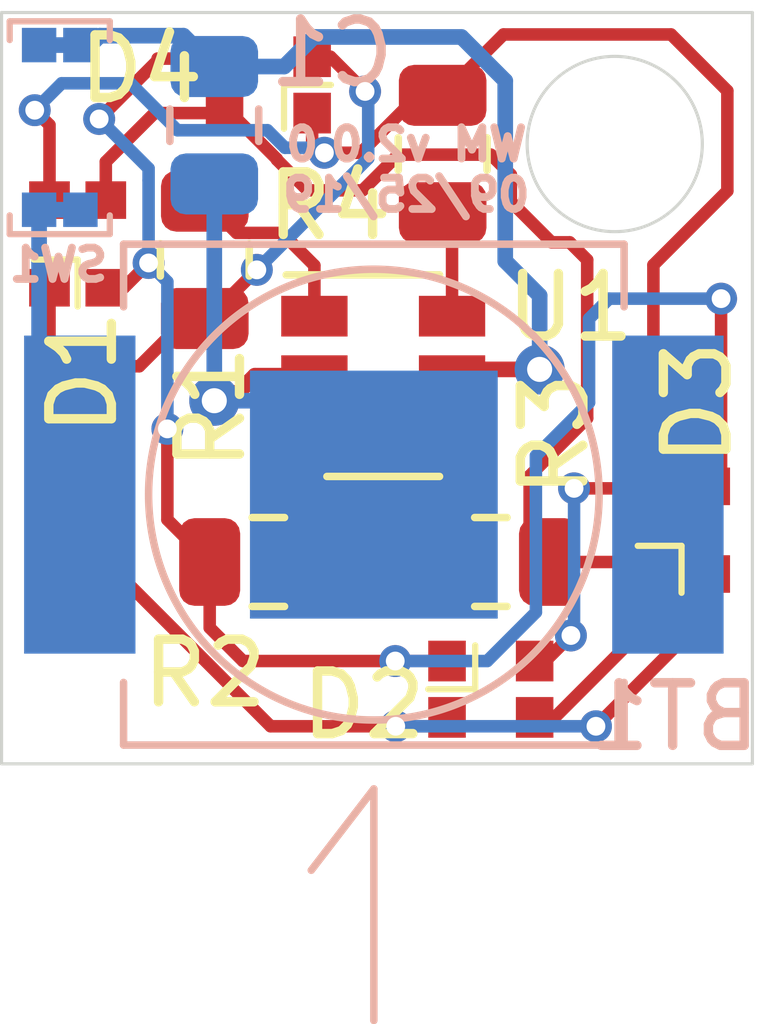
<source format=kicad_pcb>
(kicad_pcb (version 20171130) (host pcbnew "(5.1.2)-1")

  (general
    (thickness 1.6)
    (drawings 8)
    (tracks 155)
    (zones 0)
    (modules 12)
    (nets 12)
  )

  (page A4)
  (layers
    (0 F.Cu signal)
    (31 B.Cu signal)
    (32 B.Adhes user)
    (33 F.Adhes user)
    (34 B.Paste user)
    (35 F.Paste user)
    (36 B.SilkS user)
    (37 F.SilkS user)
    (38 B.Mask user)
    (39 F.Mask user)
    (40 Dwgs.User user hide)
    (41 Cmts.User user)
    (42 Eco1.User user hide)
    (43 Eco2.User user hide)
    (44 Edge.Cuts user)
    (45 Margin user)
    (46 B.CrtYd user)
    (47 F.CrtYd user)
    (48 B.Fab user hide)
    (49 F.Fab user hide)
  )

  (setup
    (last_trace_width 0.25)
    (user_trace_width 0.2)
    (trace_clearance 0.2)
    (zone_clearance 0.508)
    (zone_45_only no)
    (trace_min 0.2)
    (via_size 0.8)
    (via_drill 0.4)
    (via_min_size 0.4)
    (via_min_drill 0.3)
    (user_via 0.51 0.3)
    (uvia_size 0.3)
    (uvia_drill 0.1)
    (uvias_allowed no)
    (uvia_min_size 0.2)
    (uvia_min_drill 0.1)
    (edge_width 0.05)
    (segment_width 0.2)
    (pcb_text_width 0.3)
    (pcb_text_size 1.5 1.5)
    (mod_edge_width 0.12)
    (mod_text_size 1 1)
    (mod_text_width 0.15)
    (pad_size 1.524 1.524)
    (pad_drill 0.762)
    (pad_to_mask_clearance 0.051)
    (solder_mask_min_width 0.25)
    (aux_axis_origin 0 0)
    (visible_elements 7FFFFFFF)
    (pcbplotparams
      (layerselection 0x010fc_ffffffff)
      (usegerberextensions false)
      (usegerberattributes false)
      (usegerberadvancedattributes false)
      (creategerberjobfile false)
      (excludeedgelayer true)
      (linewidth 0.100000)
      (plotframeref false)
      (viasonmask false)
      (mode 1)
      (useauxorigin false)
      (hpglpennumber 1)
      (hpglpenspeed 20)
      (hpglpendiameter 15.000000)
      (psnegative false)
      (psa4output false)
      (plotreference true)
      (plotvalue true)
      (plotinvisibletext false)
      (padsonsilk false)
      (subtractmaskfromsilk false)
      (outputformat 1)
      (mirror false)
      (drillshape 1)
      (scaleselection 1)
      (outputdirectory ""))
  )

  (net 0 "")
  (net 1 "Net-(D1-Pad1)")
  (net 2 "Net-(D1-Pad2)")
  (net 3 /GND)
  (net 4 "Net-(R1-Pad2)")
  (net 5 "Net-(R2-Pad2)")
  (net 6 "Net-(R3-Pad2)")
  (net 7 "Net-(R4-Pad2)")
  (net 8 /+3V)
  (net 9 "Net-(C1-Pad1)")
  (net 10 "Net-(D1-Pad3)")
  (net 11 "Net-(D1-Pad4)")

  (net_class Default "This is the default net class."
    (clearance 0.2)
    (trace_width 0.25)
    (via_dia 0.8)
    (via_drill 0.4)
    (uvia_dia 0.3)
    (uvia_drill 0.1)
    (add_net /+3V)
    (add_net /GND)
    (add_net "Net-(C1-Pad1)")
    (add_net "Net-(D1-Pad1)")
    (add_net "Net-(D1-Pad2)")
    (add_net "Net-(D1-Pad3)")
    (add_net "Net-(D1-Pad4)")
    (add_net "Net-(R1-Pad2)")
    (add_net "Net-(R2-Pad2)")
    (add_net "Net-(R3-Pad2)")
    (add_net "Net-(R4-Pad2)")
  )

  (module Resistor_SMD:R_0805_2012Metric (layer F.Cu) (tedit 5B36C52B) (tstamp 5D89D0D5)
    (at 171.95 106.26 270)
    (descr "Resistor SMD 0805 (2012 Metric), square (rectangular) end terminal, IPC_7351 nominal, (Body size source: https://docs.google.com/spreadsheets/d/1BsfQQcO9C6DZCsRaXUlFlo91Tg2WpOkGARC1WS5S8t0/edit?usp=sharing), generated with kicad-footprint-generator")
    (tags resistor)
    (path /5D89A2FD)
    (attr smd)
    (fp_text reference R4 (at 0.83 1.81 180) (layer F.SilkS)
      (effects (font (size 1 1) (thickness 0.15)))
    )
    (fp_text value 100R (at 0 1.65 90) (layer F.Fab)
      (effects (font (size 1 1) (thickness 0.15)))
    )
    (fp_text user %R (at 0 0 90) (layer F.Fab)
      (effects (font (size 0.5 0.5) (thickness 0.08)))
    )
    (fp_line (start 1.68 0.95) (end -1.68 0.95) (layer F.CrtYd) (width 0.05))
    (fp_line (start 1.68 -0.95) (end 1.68 0.95) (layer F.CrtYd) (width 0.05))
    (fp_line (start -1.68 -0.95) (end 1.68 -0.95) (layer F.CrtYd) (width 0.05))
    (fp_line (start -1.68 0.95) (end -1.68 -0.95) (layer F.CrtYd) (width 0.05))
    (fp_line (start -0.258578 0.71) (end 0.258578 0.71) (layer F.SilkS) (width 0.12))
    (fp_line (start -0.258578 -0.71) (end 0.258578 -0.71) (layer F.SilkS) (width 0.12))
    (fp_line (start 1 0.6) (end -1 0.6) (layer F.Fab) (width 0.1))
    (fp_line (start 1 -0.6) (end 1 0.6) (layer F.Fab) (width 0.1))
    (fp_line (start -1 -0.6) (end 1 -0.6) (layer F.Fab) (width 0.1))
    (fp_line (start -1 0.6) (end -1 -0.6) (layer F.Fab) (width 0.1))
    (pad 2 smd roundrect (at 0.9375 0 270) (size 0.975 1.4) (layers F.Cu F.Paste F.Mask) (roundrect_rratio 0.25)
      (net 7 "Net-(R4-Pad2)"))
    (pad 1 smd roundrect (at -0.9375 0 270) (size 0.975 1.4) (layers F.Cu F.Paste F.Mask) (roundrect_rratio 0.25)
      (net 1 "Net-(D1-Pad1)"))
    (model ${KISYS3DMOD}/Resistor_SMD.3dshapes/R_0805_2012Metric.wrl
      (at (xyz 0 0 0))
      (scale (xyz 1 1 1))
      (rotate (xyz 0 0 0))
    )
  )

  (module LED_SMD:LED_RGB_EAST1616RGBA3 (layer F.Cu) (tedit 5D88A18F) (tstamp 5D89D094)
    (at 169.164 105.156)
    (path /5D89C4A5)
    (fp_text reference D4 (at -2.032 -0.254) (layer F.SilkS)
      (effects (font (size 1 1) (thickness 0.15)))
    )
    (fp_text value LED_BGRA (at 0 -1.95) (layer F.Fab)
      (effects (font (size 1 1) (thickness 0.15)))
    )
    (fp_line (start 0.25 0.7) (end 0.25 0) (layer F.SilkS) (width 0.1))
    (fp_line (start 0.25 0) (end 1 0) (layer F.SilkS) (width 0.1))
    (fp_line (start -1.1 -0.85) (end -1.1 0.85) (layer F.CrtYd) (width 0.05))
    (fp_line (start -1.1 0.85) (end 1.1 0.85) (layer F.CrtYd) (width 0.05))
    (fp_line (start 1.1 0.85) (end 1.1 -0.85) (layer F.CrtYd) (width 0.05))
    (fp_line (start 1.1 -0.85) (end -1.1 -0.85) (layer F.CrtYd) (width 0.05))
    (pad 2 smd rect (at -0.7 -0.45) (size 0.6 0.65) (layers F.Cu F.Paste F.Mask)
      (net 10 "Net-(D1-Pad3)"))
    (pad 1 smd rect (at -0.7 0.45) (size 0.6 0.65) (layers F.Cu F.Paste F.Mask)
      (net 2 "Net-(D1-Pad2)"))
    (pad 3 smd rect (at 0.7 -0.45) (size 0.6 0.65) (layers F.Cu F.Paste F.Mask)
      (net 11 "Net-(D1-Pad4)"))
    (pad 4 smd rect (at 0.7 0.45) (size 0.6 0.65) (layers F.Cu F.Paste F.Mask)
      (net 1 "Net-(D1-Pad1)"))
    (model Z:/project/kicad/custom_libs/models/LED.3dshapes/EAST1616RGBA0.IGS
      (at (xyz 0 0 0))
      (scale (xyz 1 1 1))
      (rotate (xyz 0 0 0))
    )
  )

  (module LED_SMD:LED_RGB_EAST1616RGBA3 (layer F.Cu) (tedit 5D88A18F) (tstamp 5D89D086)
    (at 175.768 112.268 270)
    (path /5D8A5BDA)
    (fp_text reference D3 (at -2.032 -0.254 90) (layer F.SilkS)
      (effects (font (size 1 1) (thickness 0.15)))
    )
    (fp_text value LED_BGRA (at 0 -1.95 90) (layer F.Fab)
      (effects (font (size 1 1) (thickness 0.15)))
    )
    (fp_line (start 0.25 0.7) (end 0.25 0) (layer F.SilkS) (width 0.1))
    (fp_line (start 0.25 0) (end 1 0) (layer F.SilkS) (width 0.1))
    (fp_line (start -1.1 -0.85) (end -1.1 0.85) (layer F.CrtYd) (width 0.05))
    (fp_line (start -1.1 0.85) (end 1.1 0.85) (layer F.CrtYd) (width 0.05))
    (fp_line (start 1.1 0.85) (end 1.1 -0.85) (layer F.CrtYd) (width 0.05))
    (fp_line (start 1.1 -0.85) (end -1.1 -0.85) (layer F.CrtYd) (width 0.05))
    (pad 2 smd rect (at -0.7 -0.45 270) (size 0.6 0.65) (layers F.Cu F.Paste F.Mask)
      (net 10 "Net-(D1-Pad3)"))
    (pad 1 smd rect (at -0.7 0.45 270) (size 0.6 0.65) (layers F.Cu F.Paste F.Mask)
      (net 1 "Net-(D1-Pad1)"))
    (pad 3 smd rect (at 0.7 -0.45 270) (size 0.6 0.65) (layers F.Cu F.Paste F.Mask)
      (net 11 "Net-(D1-Pad4)"))
    (pad 4 smd rect (at 0.7 0.45 270) (size 0.6 0.65) (layers F.Cu F.Paste F.Mask)
      (net 2 "Net-(D1-Pad2)"))
    (model Z:/project/kicad/custom_libs/models/LED.3dshapes/EAST1616RGBA0.IGS
      (at (xyz 0 0 0))
      (scale (xyz 1 1 1))
      (rotate (xyz 0 0 0))
    )
  )

  (module LED_SMD:LED_RGB_EAST1616RGBA3 (layer F.Cu) (tedit 5D88A18F) (tstamp 5D89D078)
    (at 172.72 114.808 180)
    (path /5D8A6D9E)
    (fp_text reference D2 (at 2.032 -0.254) (layer F.SilkS)
      (effects (font (size 1 1) (thickness 0.15)))
    )
    (fp_text value LED_BGRA (at 0 -1.95) (layer F.Fab)
      (effects (font (size 1 1) (thickness 0.15)))
    )
    (fp_line (start 0.25 0.7) (end 0.25 0) (layer F.SilkS) (width 0.1))
    (fp_line (start 0.25 0) (end 1 0) (layer F.SilkS) (width 0.1))
    (fp_line (start -1.1 -0.85) (end -1.1 0.85) (layer F.CrtYd) (width 0.05))
    (fp_line (start -1.1 0.85) (end 1.1 0.85) (layer F.CrtYd) (width 0.05))
    (fp_line (start 1.1 0.85) (end 1.1 -0.85) (layer F.CrtYd) (width 0.05))
    (fp_line (start 1.1 -0.85) (end -1.1 -0.85) (layer F.CrtYd) (width 0.05))
    (pad 2 smd rect (at -0.7 -0.45 180) (size 0.6 0.65) (layers F.Cu F.Paste F.Mask)
      (net 2 "Net-(D1-Pad2)"))
    (pad 1 smd rect (at -0.7 0.45 180) (size 0.6 0.65) (layers F.Cu F.Paste F.Mask)
      (net 1 "Net-(D1-Pad1)"))
    (pad 3 smd rect (at 0.7 -0.45 180) (size 0.6 0.65) (layers F.Cu F.Paste F.Mask)
      (net 11 "Net-(D1-Pad4)"))
    (pad 4 smd rect (at 0.7 0.45 180) (size 0.6 0.65) (layers F.Cu F.Paste F.Mask)
      (net 10 "Net-(D1-Pad3)"))
    (model Z:/project/kicad/custom_libs/models/LED.3dshapes/EAST1616RGBA0.IGS
      (at (xyz 0 0 0))
      (scale (xyz 1 1 1))
      (rotate (xyz 0 0 0))
    )
  )

  (module LED_SMD:LED_RGB_EAST1616RGBA3 (layer F.Cu) (tedit 5D88A18F) (tstamp 5D89D06A)
    (at 166.116 107.696 270)
    (path /5D8A7D62)
    (fp_text reference D1 (at 2.054 -0.084 90) (layer F.SilkS)
      (effects (font (size 1 1) (thickness 0.15)))
    )
    (fp_text value LED_BGRA (at 0 -1.95 90) (layer F.Fab)
      (effects (font (size 1 1) (thickness 0.15)))
    )
    (fp_line (start 0.25 0.7) (end 0.25 0) (layer F.SilkS) (width 0.1))
    (fp_line (start 0.25 0) (end 1 0) (layer F.SilkS) (width 0.1))
    (fp_line (start -1.1 -0.85) (end -1.1 0.85) (layer F.CrtYd) (width 0.05))
    (fp_line (start -1.1 0.85) (end 1.1 0.85) (layer F.CrtYd) (width 0.05))
    (fp_line (start 1.1 0.85) (end 1.1 -0.85) (layer F.CrtYd) (width 0.05))
    (fp_line (start 1.1 -0.85) (end -1.1 -0.85) (layer F.CrtYd) (width 0.05))
    (pad 2 smd rect (at -0.7 -0.45 270) (size 0.6 0.65) (layers F.Cu F.Paste F.Mask)
      (net 2 "Net-(D1-Pad2)"))
    (pad 1 smd rect (at -0.7 0.45 270) (size 0.6 0.65) (layers F.Cu F.Paste F.Mask)
      (net 1 "Net-(D1-Pad1)"))
    (pad 3 smd rect (at 0.7 -0.45 270) (size 0.6 0.65) (layers F.Cu F.Paste F.Mask)
      (net 10 "Net-(D1-Pad3)"))
    (pad 4 smd rect (at 0.7 0.45 270) (size 0.6 0.65) (layers F.Cu F.Paste F.Mask)
      (net 11 "Net-(D1-Pad4)"))
    (model Z:/project/kicad/custom_libs/models/LED.3dshapes/EAST1616RGBA0.IGS
      (at (xyz 0 0 0))
      (scale (xyz 1 1 1))
      (rotate (xyz 0 0 0))
    )
  )

  (module Button_Switch_SMD:SW_Push_2.6x1.6x0.53mm_EVP-BB2A9B000 (layer B.Cu) (tedit 5D81324B) (tstamp 5D819A4A)
    (at 165.83 105.84 90)
    (path /5D820672)
    (fp_text reference SW1 (at -2.19 -0.02 180) (layer B.SilkS)
      (effects (font (size 0.5 0.5) (thickness 0.125)) (justify mirror))
    )
    (fp_text value SW_Push (at 0 1.55 90) (layer B.Fab)
      (effects (font (size 1 1) (thickness 0.15)) (justify mirror))
    )
    (fp_line (start -1.75 -0.85) (end -1.75 0.85) (layer B.CrtYd) (width 0.05))
    (fp_line (start 1.75 -0.85) (end -1.75 -0.85) (layer B.CrtYd) (width 0.05))
    (fp_line (start 1.75 0.85) (end 1.75 -0.85) (layer B.CrtYd) (width 0.05))
    (fp_line (start -1.75 0.85) (end 1.75 0.85) (layer B.CrtYd) (width 0.05))
    (fp_circle (center 0 0) (end 0.4 0) (layer B.Fab) (width 0.12))
    (fp_line (start 1 -0.7) (end -1 -0.7) (layer B.Fab) (width 0.12))
    (fp_line (start -1 0.7) (end 1 0.7) (layer B.Fab) (width 0.12))
    (fp_line (start 1.7 -0.8) (end 1.4 -0.8) (layer B.SilkS) (width 0.1))
    (fp_line (start 1.7 0.8) (end 1.4 0.8) (layer B.SilkS) (width 0.1))
    (fp_line (start 1.7 -0.8) (end 1.7 0.8) (layer B.SilkS) (width 0.1))
    (fp_line (start -1.7 0.8) (end -1.4 0.8) (layer B.SilkS) (width 0.1))
    (fp_line (start -1.7 -0.8) (end -1.4 -0.8) (layer B.SilkS) (width 0.1))
    (fp_line (start -1.7 0.8) (end -1.7 -0.8) (layer B.SilkS) (width 0.1))
    (pad 1 smd rect (at -1.31 0.33 90) (size 0.55 0.55) (layers B.Cu B.Paste B.Mask)
      (net 8 /+3V))
    (pad 1 smd rect (at -1.31 -0.33 90) (size 0.55 0.55) (layers B.Cu B.Paste B.Mask)
      (net 8 /+3V))
    (pad 2 smd rect (at 1.32 -0.33 90) (size 0.55 0.55) (layers B.Cu B.Paste B.Mask)
      (net 9 "Net-(C1-Pad1)"))
    (pad 2 smd rect (at 1.32 0.33 90) (size 0.55 0.55) (layers B.Cu B.Paste B.Mask)
      (net 9 "Net-(C1-Pad1)"))
  )

  (module Battery:BatteryHolder_Keystone_2998_621_6.8x2.2mm (layer B.Cu) (tedit 5D81200C) (tstamp 5D70A816)
    (at 170.85 111.7)
    (path /5D707C8F)
    (fp_text reference BT1 (at 4.8 3.55) (layer B.SilkS)
      (effects (font (size 1 1) (thickness 0.15)) (justify mirror))
    )
    (fp_text value Battery_Cell (at 0.1 -6.4) (layer B.Fab)
      (effects (font (size 1 1) (thickness 0.15)) (justify mirror))
    )
    (fp_line (start 4 -4) (end 4 -3) (layer B.SilkS) (width 0.12))
    (fp_line (start -4 -4) (end -4 -3) (layer B.SilkS) (width 0.12))
    (fp_line (start 4 4) (end 4 3) (layer B.SilkS) (width 0.12))
    (fp_line (start -4 4) (end -4 3) (layer B.SilkS) (width 0.12))
    (fp_line (start 0 4.7) (end -1 6) (layer B.SilkS) (width 0.12))
    (fp_line (start 0 8.4) (end 0 4.7) (layer B.SilkS) (width 0.12))
    (fp_line (start 4 -4) (end -4 -4) (layer B.SilkS) (width 0.12))
    (fp_line (start -4 4) (end 4 4) (layer B.SilkS) (width 0.12))
    (fp_circle (center 0 0) (end 3.6 0) (layer B.SilkS) (width 0.12))
    (pad 1 smd rect (at 4.7 0) (size 1.78 5.08) (layers B.Cu B.Paste B.Mask)
      (net 8 /+3V))
    (pad 1 smd rect (at -4.7 0) (size 1.78 5.08) (layers B.Cu B.Paste B.Mask)
      (net 8 /+3V))
    (pad 2 smd rect (at 0 0) (size 3.96 3.96) (layers B.Cu B.Paste B.Mask)
      (net 3 /GND))
  )

  (module Capacitor_SMD:C_0805_2012Metric (layer B.Cu) (tedit 5B36C52B) (tstamp 5D663430)
    (at 168.3 105.8 270)
    (descr "Capacitor SMD 0805 (2012 Metric), square (rectangular) end terminal, IPC_7351 nominal, (Body size source: https://docs.google.com/spreadsheets/d/1BsfQQcO9C6DZCsRaXUlFlo91Tg2WpOkGARC1WS5S8t0/edit?usp=sharing), generated with kicad-footprint-generator")
    (tags capacitor)
    (path /5D670924)
    (attr smd)
    (fp_text reference C1 (at -1.152 -1.88) (layer B.SilkS)
      (effects (font (size 1 1) (thickness 0.15)) (justify mirror))
    )
    (fp_text value 4.7uF (at 0 -1.65 90) (layer B.Fab)
      (effects (font (size 1 1) (thickness 0.15)) (justify mirror))
    )
    (fp_text user %R (at 0 0 90) (layer B.Fab)
      (effects (font (size 0.5 0.5) (thickness 0.08)) (justify mirror))
    )
    (fp_line (start 1.68 -0.95) (end -1.68 -0.95) (layer B.CrtYd) (width 0.05))
    (fp_line (start 1.68 0.95) (end 1.68 -0.95) (layer B.CrtYd) (width 0.05))
    (fp_line (start -1.68 0.95) (end 1.68 0.95) (layer B.CrtYd) (width 0.05))
    (fp_line (start -1.68 -0.95) (end -1.68 0.95) (layer B.CrtYd) (width 0.05))
    (fp_line (start -0.258578 -0.71) (end 0.258578 -0.71) (layer B.SilkS) (width 0.12))
    (fp_line (start -0.258578 0.71) (end 0.258578 0.71) (layer B.SilkS) (width 0.12))
    (fp_line (start 1 -0.6) (end -1 -0.6) (layer B.Fab) (width 0.1))
    (fp_line (start 1 0.6) (end 1 -0.6) (layer B.Fab) (width 0.1))
    (fp_line (start -1 0.6) (end 1 0.6) (layer B.Fab) (width 0.1))
    (fp_line (start -1 -0.6) (end -1 0.6) (layer B.Fab) (width 0.1))
    (pad 2 smd roundrect (at 0.9375 0 270) (size 0.975 1.4) (layers B.Cu B.Paste B.Mask) (roundrect_rratio 0.25)
      (net 3 /GND))
    (pad 1 smd roundrect (at -0.9375 0 270) (size 0.975 1.4) (layers B.Cu B.Paste B.Mask) (roundrect_rratio 0.25)
      (net 9 "Net-(C1-Pad1)"))
    (model ${KISYS3DMOD}/Capacitor_SMD.3dshapes/C_0805_2012Metric.wrl
      (at (xyz 0 0 0))
      (scale (xyz 1 1 1))
      (rotate (xyz 0 0 0))
    )
  )

  (module Resistor_SMD:R_0805_2012Metric (layer F.Cu) (tedit 5B36C52B) (tstamp 5D66158E)
    (at 172.72 112.776 180)
    (descr "Resistor SMD 0805 (2012 Metric), square (rectangular) end terminal, IPC_7351 nominal, (Body size source: https://docs.google.com/spreadsheets/d/1BsfQQcO9C6DZCsRaXUlFlo91Tg2WpOkGARC1WS5S8t0/edit?usp=sharing), generated with kicad-footprint-generator")
    (tags resistor)
    (path /5D665427)
    (attr smd)
    (fp_text reference R3 (at -1.016 2.032 90) (layer F.SilkS)
      (effects (font (size 1 1) (thickness 0.15)))
    )
    (fp_text value 100R (at 0 1.65) (layer F.Fab)
      (effects (font (size 1 1) (thickness 0.15)))
    )
    (fp_line (start -1 0.6) (end -1 -0.6) (layer F.Fab) (width 0.1))
    (fp_line (start -1 -0.6) (end 1 -0.6) (layer F.Fab) (width 0.1))
    (fp_line (start 1 -0.6) (end 1 0.6) (layer F.Fab) (width 0.1))
    (fp_line (start 1 0.6) (end -1 0.6) (layer F.Fab) (width 0.1))
    (fp_line (start -0.258578 -0.71) (end 0.258578 -0.71) (layer F.SilkS) (width 0.12))
    (fp_line (start -0.258578 0.71) (end 0.258578 0.71) (layer F.SilkS) (width 0.12))
    (fp_line (start -1.68 0.95) (end -1.68 -0.95) (layer F.CrtYd) (width 0.05))
    (fp_line (start -1.68 -0.95) (end 1.68 -0.95) (layer F.CrtYd) (width 0.05))
    (fp_line (start 1.68 -0.95) (end 1.68 0.95) (layer F.CrtYd) (width 0.05))
    (fp_line (start 1.68 0.95) (end -1.68 0.95) (layer F.CrtYd) (width 0.05))
    (fp_text user %R (at 0 0) (layer F.Fab)
      (effects (font (size 0.5 0.5) (thickness 0.08)))
    )
    (pad 1 smd roundrect (at -0.9375 0 180) (size 0.975 1.4) (layers F.Cu F.Paste F.Mask) (roundrect_rratio 0.25)
      (net 2 "Net-(D1-Pad2)"))
    (pad 2 smd roundrect (at 0.9375 0 180) (size 0.975 1.4) (layers F.Cu F.Paste F.Mask) (roundrect_rratio 0.25)
      (net 6 "Net-(R3-Pad2)"))
    (model ${KISYS3DMOD}/Resistor_SMD.3dshapes/R_0805_2012Metric.wrl
      (at (xyz 0 0 0))
      (scale (xyz 1 1 1))
      (rotate (xyz 0 0 0))
    )
  )

  (module Resistor_SMD:R_0805_2012Metric (layer F.Cu) (tedit 5B36C52B) (tstamp 5D66157D)
    (at 169.164 112.776)
    (descr "Resistor SMD 0805 (2012 Metric), square (rectangular) end terminal, IPC_7351 nominal, (Body size source: https://docs.google.com/spreadsheets/d/1BsfQQcO9C6DZCsRaXUlFlo91Tg2WpOkGARC1WS5S8t0/edit?usp=sharing), generated with kicad-footprint-generator")
    (tags resistor)
    (path /5D664E25)
    (attr smd)
    (fp_text reference R2 (at -1.016 1.778) (layer F.SilkS)
      (effects (font (size 1 1) (thickness 0.15)))
    )
    (fp_text value 100R (at 0 1.65) (layer F.Fab)
      (effects (font (size 1 1) (thickness 0.15)))
    )
    (fp_line (start -1 0.6) (end -1 -0.6) (layer F.Fab) (width 0.1))
    (fp_line (start -1 -0.6) (end 1 -0.6) (layer F.Fab) (width 0.1))
    (fp_line (start 1 -0.6) (end 1 0.6) (layer F.Fab) (width 0.1))
    (fp_line (start 1 0.6) (end -1 0.6) (layer F.Fab) (width 0.1))
    (fp_line (start -0.258578 -0.71) (end 0.258578 -0.71) (layer F.SilkS) (width 0.12))
    (fp_line (start -0.258578 0.71) (end 0.258578 0.71) (layer F.SilkS) (width 0.12))
    (fp_line (start -1.68 0.95) (end -1.68 -0.95) (layer F.CrtYd) (width 0.05))
    (fp_line (start -1.68 -0.95) (end 1.68 -0.95) (layer F.CrtYd) (width 0.05))
    (fp_line (start 1.68 -0.95) (end 1.68 0.95) (layer F.CrtYd) (width 0.05))
    (fp_line (start 1.68 0.95) (end -1.68 0.95) (layer F.CrtYd) (width 0.05))
    (fp_text user %R (at 0 0) (layer F.Fab)
      (effects (font (size 0.5 0.5) (thickness 0.08)))
    )
    (pad 1 smd roundrect (at -0.9375 0) (size 0.975 1.4) (layers F.Cu F.Paste F.Mask) (roundrect_rratio 0.25)
      (net 10 "Net-(D1-Pad3)"))
    (pad 2 smd roundrect (at 0.9375 0) (size 0.975 1.4) (layers F.Cu F.Paste F.Mask) (roundrect_rratio 0.25)
      (net 5 "Net-(R2-Pad2)"))
    (model ${KISYS3DMOD}/Resistor_SMD.3dshapes/R_0805_2012Metric.wrl
      (at (xyz 0 0 0))
      (scale (xyz 1 1 1))
      (rotate (xyz 0 0 0))
    )
  )

  (module Resistor_SMD:R_0805_2012Metric (layer F.Cu) (tedit 5B36C52B) (tstamp 5D66156C)
    (at 168.148 107.95 90)
    (descr "Resistor SMD 0805 (2012 Metric), square (rectangular) end terminal, IPC_7351 nominal, (Body size source: https://docs.google.com/spreadsheets/d/1BsfQQcO9C6DZCsRaXUlFlo91Tg2WpOkGARC1WS5S8t0/edit?usp=sharing), generated with kicad-footprint-generator")
    (tags resistor)
    (path /5D66058A)
    (attr smd)
    (fp_text reference R1 (at -2.3625 0.1 90) (layer F.SilkS)
      (effects (font (size 1 1) (thickness 0.15)))
    )
    (fp_text value 100R (at 0 1.65 90) (layer F.Fab)
      (effects (font (size 1 1) (thickness 0.15)))
    )
    (fp_text user %R (at 0 0 90) (layer F.Fab)
      (effects (font (size 0.5 0.5) (thickness 0.08)))
    )
    (fp_line (start 1.68 0.95) (end -1.68 0.95) (layer F.CrtYd) (width 0.05))
    (fp_line (start 1.68 -0.95) (end 1.68 0.95) (layer F.CrtYd) (width 0.05))
    (fp_line (start -1.68 -0.95) (end 1.68 -0.95) (layer F.CrtYd) (width 0.05))
    (fp_line (start -1.68 0.95) (end -1.68 -0.95) (layer F.CrtYd) (width 0.05))
    (fp_line (start -0.258578 0.71) (end 0.258578 0.71) (layer F.SilkS) (width 0.12))
    (fp_line (start -0.258578 -0.71) (end 0.258578 -0.71) (layer F.SilkS) (width 0.12))
    (fp_line (start 1 0.6) (end -1 0.6) (layer F.Fab) (width 0.1))
    (fp_line (start 1 -0.6) (end 1 0.6) (layer F.Fab) (width 0.1))
    (fp_line (start -1 -0.6) (end 1 -0.6) (layer F.Fab) (width 0.1))
    (fp_line (start -1 0.6) (end -1 -0.6) (layer F.Fab) (width 0.1))
    (pad 2 smd roundrect (at 0.9375 0 90) (size 0.975 1.4) (layers F.Cu F.Paste F.Mask) (roundrect_rratio 0.25)
      (net 4 "Net-(R1-Pad2)"))
    (pad 1 smd roundrect (at -0.9375 0 90) (size 0.975 1.4) (layers F.Cu F.Paste F.Mask) (roundrect_rratio 0.25)
      (net 11 "Net-(D1-Pad4)"))
    (model ${KISYS3DMOD}/Resistor_SMD.3dshapes/R_0805_2012Metric.wrl
      (at (xyz 0 0 0))
      (scale (xyz 1 1 1))
      (rotate (xyz 0 0 0))
    )
  )

  (module Package_TO_SOT_SMD:SOT-23-6 (layer F.Cu) (tedit 5A02FF57) (tstamp 5D65626B)
    (at 171 109.8)
    (descr "6-pin SOT-23 package")
    (tags SOT-23-6)
    (path /5D63BDA8)
    (attr smd)
    (fp_text reference U1 (at 2.99 -1.088) (layer F.SilkS)
      (effects (font (size 1 1) (thickness 0.15)))
    )
    (fp_text value ATtiny10-TS (at 0 2.9) (layer F.Fab)
      (effects (font (size 1 1) (thickness 0.15)))
    )
    (fp_text user %R (at 0 0 90) (layer F.Fab)
      (effects (font (size 0.5 0.5) (thickness 0.075)))
    )
    (fp_line (start -0.9 1.61) (end 0.9 1.61) (layer F.SilkS) (width 0.12))
    (fp_line (start 0.9 -1.61) (end -1.55 -1.61) (layer F.SilkS) (width 0.12))
    (fp_line (start 1.9 -1.8) (end -1.9 -1.8) (layer F.CrtYd) (width 0.05))
    (fp_line (start 1.9 1.8) (end 1.9 -1.8) (layer F.CrtYd) (width 0.05))
    (fp_line (start -1.9 1.8) (end 1.9 1.8) (layer F.CrtYd) (width 0.05))
    (fp_line (start -1.9 -1.8) (end -1.9 1.8) (layer F.CrtYd) (width 0.05))
    (fp_line (start -0.9 -0.9) (end -0.25 -1.55) (layer F.Fab) (width 0.1))
    (fp_line (start 0.9 -1.55) (end -0.25 -1.55) (layer F.Fab) (width 0.1))
    (fp_line (start -0.9 -0.9) (end -0.9 1.55) (layer F.Fab) (width 0.1))
    (fp_line (start 0.9 1.55) (end -0.9 1.55) (layer F.Fab) (width 0.1))
    (fp_line (start 0.9 -1.55) (end 0.9 1.55) (layer F.Fab) (width 0.1))
    (pad 1 smd rect (at -1.1 -0.95) (size 1.06 0.65) (layers F.Cu F.Paste F.Mask)
      (net 4 "Net-(R1-Pad2)"))
    (pad 2 smd rect (at -1.1 0) (size 1.06 0.65) (layers F.Cu F.Paste F.Mask)
      (net 3 /GND))
    (pad 3 smd rect (at -1.1 0.95) (size 1.06 0.65) (layers F.Cu F.Paste F.Mask)
      (net 5 "Net-(R2-Pad2)"))
    (pad 4 smd rect (at 1.1 0.95) (size 1.06 0.65) (layers F.Cu F.Paste F.Mask)
      (net 6 "Net-(R3-Pad2)"))
    (pad 6 smd rect (at 1.1 -0.95) (size 1.06 0.65) (layers F.Cu F.Paste F.Mask)
      (net 7 "Net-(R4-Pad2)"))
    (pad 5 smd rect (at 1.1 0) (size 1.06 0.65) (layers F.Cu F.Paste F.Mask)
      (net 9 "Net-(C1-Pad1)"))
    (model ${KISYS3DMOD}/Package_TO_SOT_SMD.3dshapes/SOT-23-6.wrl
      (at (xyz 0 0 0))
      (scale (xyz 1 1 1))
      (rotate (xyz 0 0 0))
    )
  )

  (gr_text "WM v2.0.0\n09/25/19" (at 171.37 106.51) (layer B.SilkS)
    (effects (font (size 0.5 0.5) (thickness 0.125)) (justify mirror))
  )
  (gr_circle (center 174.7 106.1) (end 176.1 106.1) (layer Edge.Cuts) (width 0.05))
  (dimension 12 (width 0.15) (layer Dwgs.User)
    (gr_text "12.000 mm" (at 179.3 110 270) (layer Dwgs.User)
      (effects (font (size 1 1) (thickness 0.15)))
    )
    (feature1 (pts (xy 176.9 116) (xy 178.586421 116)))
    (feature2 (pts (xy 176.9 104) (xy 178.586421 104)))
    (crossbar (pts (xy 178 104) (xy 178 116)))
    (arrow1a (pts (xy 178 116) (xy 177.413579 114.873496)))
    (arrow1b (pts (xy 178 116) (xy 178.586421 114.873496)))
    (arrow2a (pts (xy 178 104) (xy 177.413579 105.126504)))
    (arrow2b (pts (xy 178 104) (xy 178.586421 105.126504)))
  )
  (dimension 12 (width 0.15) (layer Dwgs.User)
    (gr_text "12.000 mm" (at 170.9 101.6) (layer Dwgs.User)
      (effects (font (size 1 1) (thickness 0.15)))
    )
    (feature1 (pts (xy 176.9 104) (xy 176.9 102.313579)))
    (feature2 (pts (xy 164.9 104) (xy 164.9 102.313579)))
    (crossbar (pts (xy 164.9 102.9) (xy 176.9 102.9)))
    (arrow1a (pts (xy 176.9 102.9) (xy 175.773496 103.486421)))
    (arrow1b (pts (xy 176.9 102.9) (xy 175.773496 102.313579)))
    (arrow2a (pts (xy 164.9 102.9) (xy 166.026504 103.486421)))
    (arrow2b (pts (xy 164.9 102.9) (xy 166.026504 102.313579)))
  )
  (gr_line (start 164.9 116) (end 164.9 104) (layer Edge.Cuts) (width 0.05) (tstamp 5D6563F8))
  (gr_line (start 176.9 116) (end 164.9 116) (layer Edge.Cuts) (width 0.05))
  (gr_line (start 176.9 104) (end 176.9 116) (layer Edge.Cuts) (width 0.05))
  (gr_line (start 164.9 104) (end 176.9 104) (layer Edge.Cuts) (width 0.05))

  (via (at 174 113.95) (size 0.51) (drill 0.3) (layers F.Cu B.Cu) (net 1))
  (segment (start 173.42 114.358) (end 173.592 114.358) (width 0.2) (layer F.Cu) (net 1))
  (segment (start 173.592 114.358) (end 174 113.95) (width 0.2) (layer F.Cu) (net 1))
  (via (at 174.05 111.6) (size 0.51) (drill 0.3) (layers F.Cu B.Cu) (net 1))
  (segment (start 174 113.95) (end 174.05 113.9) (width 0.2) (layer B.Cu) (net 1))
  (segment (start 174.05 113.9) (end 174.05 111.6) (width 0.2) (layer B.Cu) (net 1))
  (segment (start 175.286 111.6) (end 175.318 111.568) (width 0.2) (layer F.Cu) (net 1))
  (segment (start 174.05 111.6) (end 175.286 111.6) (width 0.2) (layer F.Cu) (net 1))
  (segment (start 176.5 105.25) (end 175.6 104.35) (width 0.2) (layer F.Cu) (net 1))
  (segment (start 176.5 106.85) (end 176.5 105.25) (width 0.2) (layer F.Cu) (net 1))
  (segment (start 175.318 111.568) (end 175.318 108.032) (width 0.2) (layer F.Cu) (net 1))
  (segment (start 175.318 108.032) (end 176.5 106.85) (width 0.2) (layer F.Cu) (net 1))
  (via (at 165.43 105.56) (size 0.51) (drill 0.3) (layers F.Cu B.Cu) (net 1))
  (segment (start 165.666 105.796) (end 165.666 106.996) (width 0.2) (layer F.Cu) (net 1))
  (segment (start 165.43 105.56) (end 165.666 105.796) (width 0.2) (layer F.Cu) (net 1))
  (segment (start 172.9225 104.35) (end 171.95 105.3225) (width 0.2) (layer F.Cu) (net 1))
  (segment (start 175.6 104.35) (end 172.9225 104.35) (width 0.2) (layer F.Cu) (net 1))
  (segment (start 165.43 105.56) (end 165.86 105.13) (width 0.2) (layer B.Cu) (net 1))
  (segment (start 165.86 105.13) (end 166.96 105.13) (width 0.2) (layer B.Cu) (net 1))
  (segment (start 166.96 105.13) (end 167.71 105.88) (width 0.2) (layer B.Cu) (net 1))
  (segment (start 167.71 105.88) (end 169.15 105.88) (width 0.2) (layer B.Cu) (net 1))
  (segment (start 169.15 105.88) (end 169.43 106.16) (width 0.2) (layer B.Cu) (net 1))
  (via (at 170.06 106.24) (size 0.51) (drill 0.3) (layers F.Cu B.Cu) (net 1))
  (segment (start 169.864 105.606) (end 169.864 106.044) (width 0.2) (layer F.Cu) (net 1))
  (segment (start 169.864 106.044) (end 170.06 106.24) (width 0.2) (layer F.Cu) (net 1))
  (segment (start 169.98 106.16) (end 169.43 106.16) (width 0.2) (layer B.Cu) (net 1))
  (segment (start 170.06 106.24) (end 169.98 106.16) (width 0.2) (layer B.Cu) (net 1))
  (segment (start 170.06 106.24) (end 170.64 106.24) (width 0.2) (layer F.Cu) (net 1))
  (segment (start 171.5575 105.3225) (end 171.95 105.3225) (width 0.2) (layer F.Cu) (net 1))
  (segment (start 170.64 106.24) (end 171.5575 105.3225) (width 0.2) (layer F.Cu) (net 1))
  (segment (start 175.126 112.776) (end 175.318 112.968) (width 0.2) (layer F.Cu) (net 2))
  (segment (start 173.6575 112.776) (end 175.126 112.776) (width 0.2) (layer F.Cu) (net 2))
  (segment (start 166.566 106.996) (end 166.566 106.384) (width 0.2) (layer F.Cu) (net 2))
  (segment (start 167.344 105.606) (end 168.464 105.606) (width 0.2) (layer F.Cu) (net 2))
  (segment (start 166.566 106.384) (end 167.344 105.606) (width 0.2) (layer F.Cu) (net 2))
  (segment (start 173.42 115.258) (end 173.742 115.258) (width 0.2) (layer F.Cu) (net 2))
  (segment (start 175.318 113.682) (end 175.318 112.968) (width 0.2) (layer F.Cu) (net 2))
  (segment (start 173.742 115.258) (end 175.318 113.682) (width 0.2) (layer F.Cu) (net 2))
  (segment (start 173.6575 112.5175) (end 173.6575 112.776) (width 0.2) (layer F.Cu) (net 2))
  (segment (start 173.04 107.02) (end 173.69 107.67) (width 0.2) (layer F.Cu) (net 2))
  (segment (start 169.3 106.35) (end 169.79 106.84) (width 0.2) (layer F.Cu) (net 2))
  (segment (start 169.3 106.34) (end 169.3 106.35) (width 0.2) (layer F.Cu) (net 2))
  (segment (start 168.464 105.606) (end 168.566 105.606) (width 0.2) (layer F.Cu) (net 2))
  (segment (start 168.566 105.606) (end 169.3 106.34) (width 0.2) (layer F.Cu) (net 2))
  (segment (start 171.24 106.27) (end 172.72 106.27) (width 0.2) (layer F.Cu) (net 2))
  (segment (start 172.72 106.27) (end 173.04 106.59) (width 0.2) (layer F.Cu) (net 2))
  (segment (start 173.04 106.59) (end 173.04 107.02) (width 0.2) (layer F.Cu) (net 2))
  (segment (start 173.69 107.67) (end 173.98 107.67) (width 0.2) (layer F.Cu) (net 2))
  (segment (start 173.34 112.2) (end 173.6575 112.5175) (width 0.2) (layer F.Cu) (net 2))
  (segment (start 170.67 106.84) (end 171.24 106.27) (width 0.2) (layer F.Cu) (net 2))
  (segment (start 173.98 107.67) (end 174.26 107.95) (width 0.2) (layer F.Cu) (net 2))
  (segment (start 174.26 107.95) (end 174.26 110.48) (width 0.2) (layer F.Cu) (net 2))
  (segment (start 174.26 110.48) (end 173.34 111.4) (width 0.2) (layer F.Cu) (net 2))
  (segment (start 169.79 106.84) (end 170.67 106.84) (width 0.2) (layer F.Cu) (net 2))
  (segment (start 173.34 111.4) (end 173.34 112.2) (width 0.2) (layer F.Cu) (net 2))
  (via (at 168.3 110.2) (size 0.8) (drill 0.4) (layers F.Cu B.Cu) (net 3))
  (segment (start 168.3 106.7375) (end 168.3 110.2) (width 0.25) (layer B.Cu) (net 3))
  (segment (start 168.3 110.2) (end 168.55 110.2) (width 0.25) (layer F.Cu) (net 3))
  (segment (start 168.95 109.8) (end 169.9 109.8) (width 0.25) (layer F.Cu) (net 3))
  (segment (start 168.55 110.2) (end 168.95 109.8) (width 0.25) (layer F.Cu) (net 3))
  (segment (start 169.35 110.2) (end 170.85 111.7) (width 0.25) (layer B.Cu) (net 3))
  (segment (start 168.3 110.2) (end 169.35 110.2) (width 0.25) (layer B.Cu) (net 3))
  (segment (start 169.9 108.85) (end 169.9 108.7645) (width 0.2) (layer F.Cu) (net 4))
  (segment (start 169.9 108.85) (end 169.9 108.04) (width 0.2) (layer F.Cu) (net 4))
  (segment (start 169.9 108.04) (end 169.38 107.52) (width 0.2) (layer F.Cu) (net 4))
  (segment (start 168.6555 107.52) (end 168.148 107.0125) (width 0.2) (layer F.Cu) (net 4))
  (segment (start 169.38 107.52) (end 168.6555 107.52) (width 0.2) (layer F.Cu) (net 4))
  (segment (start 170.1015 110.9515) (end 169.9 110.75) (width 0.2) (layer F.Cu) (net 5))
  (segment (start 170.1015 112.776) (end 170.1015 110.9515) (width 0.2) (layer F.Cu) (net 5))
  (segment (start 171.7825 111.0675) (end 172.1 110.75) (width 0.2) (layer F.Cu) (net 6))
  (segment (start 171.7825 112.776) (end 171.7825 111.0675) (width 0.2) (layer F.Cu) (net 6))
  (segment (start 172.1 107.3475) (end 171.95 107.1975) (width 0.2) (layer F.Cu) (net 7))
  (segment (start 172.1 108.85) (end 172.1 107.3475) (width 0.2) (layer F.Cu) (net 7))
  (segment (start 175.55 111.7) (end 175.55 113.248) (width 0.2) (layer B.Cu) (net 8))
  (segment (start 166.15 111.7) (end 166.15 113.318) (width 0.25) (layer B.Cu) (net 8))
  (segment (start 166.15 107.29) (end 166.23 107.21) (width 0.25) (layer B.Cu) (net 8))
  (segment (start 166.15 111.7) (end 166.15 109.89) (width 0.25) (layer B.Cu) (net 8))
  (segment (start 165.5 109.24) (end 165.5 107.15) (width 0.25) (layer B.Cu) (net 8))
  (segment (start 166.15 109.89) (end 165.5 109.24) (width 0.25) (layer B.Cu) (net 8))
  (segment (start 166.16 107.15) (end 165.5 107.15) (width 0.25) (layer B.Cu) (net 8))
  (segment (start 168.0175 104.58) (end 168.3 104.8625) (width 0.25) (layer B.Cu) (net 9))
  (via (at 173.5 109.7) (size 0.8) (drill 0.4) (layers F.Cu B.Cu) (net 9))
  (segment (start 172.2 109.7) (end 172.1 109.8) (width 0.25) (layer F.Cu) (net 9))
  (segment (start 173.5 109.7) (end 172.2 109.7) (width 0.25) (layer F.Cu) (net 9))
  (segment (start 168.3 104.8625) (end 168.8125 104.8625) (width 0.25) (layer B.Cu) (net 9))
  (segment (start 165.5 104.52) (end 166.16 104.52) (width 0.25) (layer B.Cu) (net 9))
  (segment (start 166.16 104.52) (end 166.32 104.52) (width 0.25) (layer B.Cu) (net 9))
  (segment (start 166.32 104.52) (end 166.47 104.37) (width 0.25) (layer B.Cu) (net 9))
  (segment (start 167.8075 104.37) (end 168.3 104.8625) (width 0.25) (layer B.Cu) (net 9))
  (segment (start 166.47 104.37) (end 167.8075 104.37) (width 0.25) (layer B.Cu) (net 9))
  (segment (start 168.3 104.8625) (end 169.4175 104.8625) (width 0.25) (layer B.Cu) (net 9))
  (segment (start 169.4175 104.8625) (end 169.89 104.39) (width 0.25) (layer B.Cu) (net 9))
  (segment (start 169.89 104.39) (end 172.25 104.39) (width 0.25) (layer B.Cu) (net 9))
  (segment (start 172.25 104.39) (end 172.95 105.09) (width 0.25) (layer B.Cu) (net 9))
  (segment (start 172.95 105.09) (end 172.95 107.97) (width 0.25) (layer B.Cu) (net 9))
  (segment (start 173.5 108.52) (end 173.5 109.7) (width 0.25) (layer B.Cu) (net 9))
  (segment (start 172.95 107.97) (end 173.5 108.52) (width 0.25) (layer B.Cu) (net 9))
  (segment (start 168.2265 112.776) (end 168.2265 113.8265) (width 0.2) (layer F.Cu) (net 10))
  (segment (start 168.758 114.358) (end 171.192 114.358) (width 0.2) (layer F.Cu) (net 10))
  (segment (start 168.2265 113.8265) (end 168.758 114.358) (width 0.2) (layer F.Cu) (net 10))
  (via (at 167.25 108) (size 0.51) (drill 0.3) (layers F.Cu B.Cu) (net 10))
  (segment (start 166.566 108.396) (end 166.854 108.396) (width 0.2) (layer F.Cu) (net 10))
  (segment (start 166.854 108.396) (end 167.25 108) (width 0.2) (layer F.Cu) (net 10))
  (via (at 167.55 110.65) (size 0.51) (drill 0.3) (layers F.Cu B.Cu) (net 10))
  (segment (start 167.25 108) (end 167.55 108.3) (width 0.2) (layer B.Cu) (net 10))
  (segment (start 167.55 108.3) (end 167.55 110.65) (width 0.2) (layer B.Cu) (net 10))
  (segment (start 167.55 112.0995) (end 168.2265 112.776) (width 0.2) (layer F.Cu) (net 10))
  (segment (start 167.55 110.65) (end 167.55 112.0995) (width 0.2) (layer F.Cu) (net 10))
  (segment (start 167.25 108) (end 167.25 106.68) (width 0.2) (layer B.Cu) (net 10))
  (segment (start 168.434 104.736) (end 168.464 104.706) (width 0.2) (layer F.Cu) (net 10))
  (segment (start 167.394 104.736) (end 168.434 104.736) (width 0.2) (layer F.Cu) (net 10))
  (segment (start 171.192 114.358) (end 172.02 114.358) (width 0.2) (layer F.Cu) (net 10) (tstamp 5D8B4DC5))
  (via (at 171.192 114.358) (size 0.51) (drill 0.3) (layers F.Cu B.Cu) (net 10))
  (segment (start 171.192 114.358) (end 172.662 114.358) (width 0.2) (layer B.Cu) (net 10))
  (segment (start 172.662 114.358) (end 173.44 113.58) (width 0.2) (layer B.Cu) (net 10))
  (segment (start 173.44 113.58) (end 173.44 111.08) (width 0.2) (layer B.Cu) (net 10))
  (segment (start 173.44 111.08) (end 174.29 110.23) (width 0.2) (layer B.Cu) (net 10))
  (segment (start 174.29 110.23) (end 174.29 108.89) (width 0.2) (layer B.Cu) (net 10))
  (via (at 176.4 108.57) (size 0.51) (drill 0.3) (layers F.Cu B.Cu) (net 10))
  (segment (start 174.29 108.89) (end 174.61 108.57) (width 0.2) (layer B.Cu) (net 10))
  (segment (start 174.61 108.57) (end 176.4 108.57) (width 0.2) (layer B.Cu) (net 10))
  (segment (start 176.4 111.386) (end 176.218 111.568) (width 0.2) (layer F.Cu) (net 10))
  (segment (start 176.4 108.57) (end 176.4 111.386) (width 0.2) (layer F.Cu) (net 10))
  (via (at 166.46 105.7) (size 0.51) (drill 0.3) (layers F.Cu B.Cu) (net 10))
  (segment (start 167.394 104.736) (end 167.394 104.766) (width 0.2) (layer F.Cu) (net 10))
  (segment (start 167.394 104.766) (end 166.46 105.7) (width 0.2) (layer F.Cu) (net 10))
  (segment (start 167.25 106.49) (end 167.25 106.68) (width 0.2) (layer B.Cu) (net 10))
  (segment (start 166.46 105.7) (end 167.25 106.49) (width 0.2) (layer B.Cu) (net 10))
  (segment (start 168.148 108.8875) (end 167.8625 108.8875) (width 0.2) (layer F.Cu) (net 11))
  (segment (start 167.8625 108.8875) (end 167.1 109.65) (width 0.2) (layer F.Cu) (net 11))
  (segment (start 165.666 109.416) (end 165.666 108.396) (width 0.2) (layer F.Cu) (net 11))
  (segment (start 165.9 109.65) (end 165.666 109.416) (width 0.2) (layer F.Cu) (net 11))
  (via (at 174.4 115.4) (size 0.51) (drill 0.3) (layers F.Cu B.Cu) (net 11))
  (segment (start 176.218 112.968) (end 176.218 113.582) (width 0.2) (layer F.Cu) (net 11))
  (segment (start 176.218 113.582) (end 174.4 115.4) (width 0.2) (layer F.Cu) (net 11))
  (via (at 171.2 115.4) (size 0.51) (drill 0.3) (layers F.Cu B.Cu) (net 11))
  (segment (start 174.4 115.4) (end 171.2 115.4) (width 0.2) (layer B.Cu) (net 11))
  (segment (start 171.878 115.4) (end 172.02 115.258) (width 0.2) (layer F.Cu) (net 11))
  (segment (start 171.2 115.4) (end 171.878 115.4) (width 0.2) (layer F.Cu) (net 11))
  (segment (start 171.2 115.4) (end 169.2 115.4) (width 0.2) (layer F.Cu) (net 11))
  (segment (start 166.8 113) (end 166.8 109.65) (width 0.2) (layer F.Cu) (net 11))
  (segment (start 169.2 115.4) (end 166.8 113) (width 0.2) (layer F.Cu) (net 11))
  (segment (start 167.1 109.65) (end 166.8 109.65) (width 0.2) (layer F.Cu) (net 11))
  (segment (start 166.8 109.65) (end 165.9 109.65) (width 0.2) (layer F.Cu) (net 11))
  (via (at 168.98 108.11) (size 0.51) (drill 0.3) (layers F.Cu B.Cu) (net 11))
  (segment (start 168.148 108.8875) (end 168.2025 108.8875) (width 0.2) (layer F.Cu) (net 11))
  (segment (start 168.2025 108.8875) (end 168.98 108.11) (width 0.2) (layer F.Cu) (net 11))
  (segment (start 169.87 104.7) (end 169.864 104.706) (width 0.2) (layer F.Cu) (net 11))
  (segment (start 169.1 108.11) (end 168.98 108.11) (width 0.2) (layer B.Cu) (net 11))
  (via (at 170.71 105.26) (size 0.51) (drill 0.3) (layers F.Cu B.Cu) (net 11))
  (segment (start 169.864 104.706) (end 170.156 104.706) (width 0.2) (layer F.Cu) (net 11))
  (segment (start 170.156 104.706) (end 170.71 105.26) (width 0.2) (layer F.Cu) (net 11))
  (segment (start 170.71 105.26) (end 170.76 105.31) (width 0.2) (layer B.Cu) (net 11))
  (segment (start 170.76 106.33) (end 168.98 108.11) (width 0.2) (layer B.Cu) (net 11))
  (segment (start 170.76 105.31) (end 170.76 106.33) (width 0.2) (layer B.Cu) (net 11))

)

</source>
